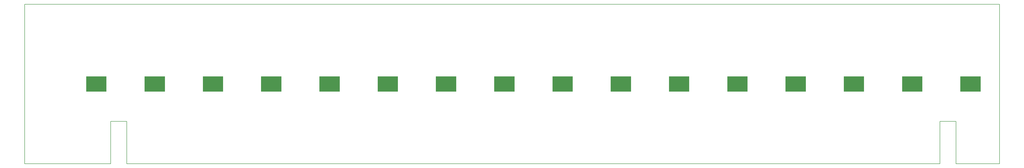
<source format=gko>
G04*
G04 #@! TF.GenerationSoftware,Altium Limited,Altium Designer,19.0.10 (269)*
G04*
G04 Layer_Color=16711935*
%FSLAX25Y25*%
%MOIN*%
G70*
G01*
G75*
%ADD10C,0.00591*%
G36*
X135138Y187992D02*
X166634D01*
Y164370D01*
X135138D01*
Y187992D01*
D02*
G37*
G36*
X225886Y187992D02*
X257382D01*
Y164370D01*
X225886D01*
Y187992D01*
D02*
G37*
G36*
X316437D02*
X347933D01*
Y164370D01*
X316437D01*
Y187992D01*
D02*
G37*
G36*
X406988D02*
X438484D01*
Y164370D01*
X406988D01*
Y187992D01*
D02*
G37*
G36*
X497539D02*
X529035D01*
Y164370D01*
X497539D01*
Y187992D01*
D02*
G37*
G36*
X588091D02*
X619587D01*
Y164370D01*
X588091D01*
Y187992D01*
D02*
G37*
G36*
X678642D02*
X710138D01*
Y164370D01*
X678642D01*
Y187992D01*
D02*
G37*
G36*
X769193D02*
X800689D01*
Y164370D01*
X769193D01*
Y187992D01*
D02*
G37*
G36*
X859744D02*
X891240D01*
Y164370D01*
X859744D01*
Y187992D01*
D02*
G37*
G36*
X950295D02*
X981791D01*
Y164370D01*
X950295D01*
Y187992D01*
D02*
G37*
G36*
X1040847D02*
X1072342D01*
Y164370D01*
X1040847D01*
Y187992D01*
D02*
G37*
G36*
X1131398D02*
X1162894D01*
Y164370D01*
X1131398D01*
Y187992D01*
D02*
G37*
G36*
X1221949D02*
X1253445D01*
Y164370D01*
X1221949D01*
Y187992D01*
D02*
G37*
G36*
X1312500D02*
X1343996D01*
Y164370D01*
X1312500D01*
Y187992D01*
D02*
G37*
G36*
X1403051D02*
X1434547D01*
Y164370D01*
X1403051D01*
Y187992D01*
D02*
G37*
G36*
X1493602D02*
X1525098D01*
Y164370D01*
X1493602D01*
Y187992D01*
D02*
G37*
D10*
X39370Y51870D02*
Y300492D01*
X1554528D01*
Y51870D02*
Y300492D01*
X1462008Y51870D02*
Y118110D01*
X1487008D01*
Y51870D02*
Y118110D01*
Y51870D02*
X1554528D01*
X198228D02*
X1462008D01*
X198228D02*
Y118110D01*
X173228D02*
X198228D01*
X173228Y51870D02*
Y118110D01*
X39370Y51870D02*
X173228D01*
M02*

</source>
